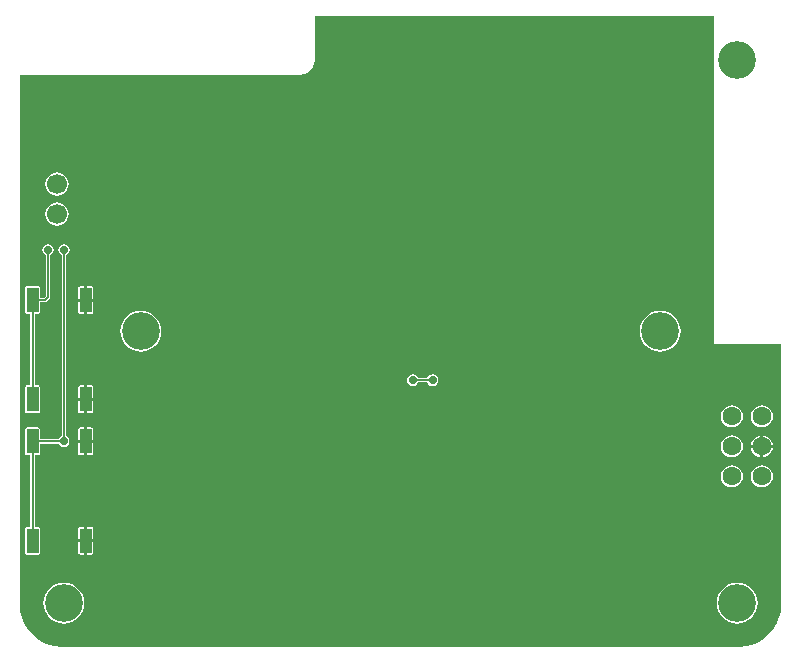
<source format=gbr>
%TF.GenerationSoftware,Altium Limited,Altium Designer,20.1.8 (145)*%
G04 Layer_Physical_Order=2*
G04 Layer_Color=16728128*
%FSLAX45Y45*%
%MOMM*%
%TF.SameCoordinates,5C14931A-3E48-49F5-90A4-00D45644C4A5*%
%TF.FilePolarity,Positive*%
%TF.FileFunction,Copper,L2,Bot,Signal*%
%TF.Part,Single*%
G01*
G75*
%TA.AperFunction,Conductor*%
%ADD30C,0.12700*%
%TA.AperFunction,ComponentPad*%
%ADD32C,1.60000*%
%ADD33C,1.50000*%
%ADD34C,1.70000*%
%TA.AperFunction,WasherPad*%
%ADD35C,3.20000*%
%TA.AperFunction,ViaPad*%
%ADD36C,0.70000*%
%TA.AperFunction,SMDPad,CuDef*%
G04:AMPARAMS|DCode=37|XSize=2.1mm|YSize=1mm|CornerRadius=0.05mm|HoleSize=0mm|Usage=FLASHONLY|Rotation=90.000|XOffset=0mm|YOffset=0mm|HoleType=Round|Shape=RoundedRectangle|*
%AMROUNDEDRECTD37*
21,1,2.10000,0.90000,0,0,90.0*
21,1,2.00000,1.00000,0,0,90.0*
1,1,0.10000,0.45000,1.00000*
1,1,0.10000,0.45000,-1.00000*
1,1,0.10000,-0.45000,-1.00000*
1,1,0.10000,-0.45000,1.00000*
%
%ADD37ROUNDEDRECTD37*%
G36*
X5905501Y5374104D02*
Y4466955D01*
X5905083Y4464854D01*
Y4462934D01*
X5904616Y4461072D01*
X5904135Y4451270D01*
X5904229Y4450633D01*
X5904104Y4450000D01*
Y2950000D01*
X5904229Y2949367D01*
X5904135Y2948730D01*
X5904616Y2938928D01*
X5905083Y2937066D01*
Y2935146D01*
X5905501Y2933045D01*
Y2595224D01*
X6474104D01*
Y400000D01*
Y375481D01*
X6467702Y326859D01*
X6455010Y279490D01*
X6436243Y234183D01*
X6411724Y191714D01*
X6381869Y152806D01*
X6347193Y118131D01*
X6308286Y88276D01*
X6265818Y63757D01*
X6220510Y44989D01*
X6173141Y32297D01*
X6124520Y25896D01*
X6100000D01*
X400000Y25896D01*
X375480Y25896D01*
X326859Y32297D01*
X279490Y44989D01*
X234183Y63757D01*
X191714Y88276D01*
X152806Y118131D01*
X118131Y152806D01*
X88276Y191714D01*
X63757Y234182D01*
X44989Y279490D01*
X32297Y326859D01*
X25896Y375480D01*
Y400000D01*
X25895Y4874103D01*
X2400000Y4874104D01*
X2400632Y4874230D01*
X2401270Y4874135D01*
X2411071Y4874616D01*
X2412933Y4875082D01*
X2414854D01*
X2434080Y4878907D01*
X2436437Y4879883D01*
X2438938Y4880381D01*
X2457050Y4887882D01*
X2459171Y4889299D01*
X2461527Y4890276D01*
X2477827Y4901167D01*
X2479630Y4902971D01*
X2481751Y4904387D01*
X2495612Y4918249D01*
X2497029Y4920369D01*
X2498833Y4922173D01*
X2509724Y4938472D01*
X2510700Y4940829D01*
X2512117Y4942950D01*
X2519619Y4961061D01*
X2520117Y4963562D01*
X2521093Y4965919D01*
X2524917Y4985146D01*
Y4987065D01*
X2525384Y4988927D01*
X2525865Y4998729D01*
X2525770Y4999367D01*
X2525896Y5000000D01*
Y5374104D01*
X5905501Y5374104D01*
D02*
G37*
%LPC*%
G36*
X343154Y4046412D02*
X317649Y4043054D01*
X293883Y4033210D01*
X273474Y4017549D01*
X257813Y3997141D01*
X247969Y3973374D01*
X244611Y3947869D01*
X247969Y3922365D01*
X257813Y3898598D01*
X273474Y3878189D01*
X293883Y3862528D01*
X317649Y3852684D01*
X343154Y3849326D01*
X368659Y3852684D01*
X392425Y3862528D01*
X412834Y3878189D01*
X428495Y3898598D01*
X438339Y3922365D01*
X441697Y3947869D01*
X438339Y3973374D01*
X428495Y3997141D01*
X412834Y4017549D01*
X392425Y4033210D01*
X368659Y4043054D01*
X343154Y4046412D01*
D02*
G37*
G36*
Y3792413D02*
X317649Y3789055D01*
X293883Y3779210D01*
X273474Y3763550D01*
X257813Y3743141D01*
X247969Y3719374D01*
X244611Y3693870D01*
X247969Y3668365D01*
X257813Y3644598D01*
X273474Y3624189D01*
X293883Y3608529D01*
X317649Y3598685D01*
X343154Y3595327D01*
X368659Y3598685D01*
X392425Y3608529D01*
X412834Y3624189D01*
X428495Y3644598D01*
X438339Y3668365D01*
X441697Y3693870D01*
X438339Y3719374D01*
X428495Y3743141D01*
X412834Y3763550D01*
X392425Y3779210D01*
X368659Y3789055D01*
X343154Y3792413D01*
D02*
G37*
G36*
X266054Y3437077D02*
X247442Y3433375D01*
X231664Y3422833D01*
X221121Y3407054D01*
X217419Y3388443D01*
X221121Y3369831D01*
X231664Y3354053D01*
X246631Y3344053D01*
Y3002470D01*
X228823Y2984663D01*
X198120D01*
Y3065239D01*
X196746Y3072146D01*
X192834Y3078000D01*
X186980Y3081913D01*
X180073Y3083286D01*
X90073D01*
X83167Y3081913D01*
X77313Y3078000D01*
X73400Y3072146D01*
X72027Y3065239D01*
Y2865239D01*
X73400Y2858333D01*
X77313Y2852478D01*
X83167Y2848566D01*
X90073Y2847193D01*
X115650D01*
Y2243286D01*
X90073D01*
X83167Y2241913D01*
X77313Y2238001D01*
X73400Y2232146D01*
X72027Y2225240D01*
Y2025240D01*
X73400Y2018333D01*
X77313Y2012479D01*
X83167Y2008566D01*
X90073Y2007193D01*
X180073D01*
X186980Y2008566D01*
X192834Y2012479D01*
X196746Y2018333D01*
X198120Y2025240D01*
Y2225240D01*
X196746Y2232146D01*
X192834Y2238001D01*
X186980Y2241913D01*
X180073Y2243286D01*
X154497D01*
Y2847193D01*
X180073D01*
X186980Y2848566D01*
X192834Y2852478D01*
X196746Y2858333D01*
X198120Y2865239D01*
Y2945817D01*
X236869D01*
X244302Y2947295D01*
X250603Y2951505D01*
X279788Y2980691D01*
X283998Y2986992D01*
X285477Y2994425D01*
Y3344053D01*
X300444Y3354053D01*
X310986Y3369831D01*
X314688Y3388443D01*
X310986Y3407054D01*
X300444Y3422833D01*
X284665Y3433375D01*
X266054Y3437077D01*
D02*
G37*
G36*
X630073Y3083286D02*
X597774D01*
Y2977939D01*
X648120D01*
Y3065239D01*
X646746Y3072146D01*
X642834Y3078000D01*
X636980Y3081913D01*
X630073Y3083286D01*
D02*
G37*
G36*
X572374D02*
X540074D01*
X533167Y3081913D01*
X527313Y3078000D01*
X523401Y3072146D01*
X522027Y3065239D01*
Y2977939D01*
X572374D01*
Y3083286D01*
D02*
G37*
G36*
X648120Y2952539D02*
X597774D01*
Y2847193D01*
X630073D01*
X636980Y2848566D01*
X642834Y2852478D01*
X646746Y2858333D01*
X648120Y2865239D01*
Y2952539D01*
D02*
G37*
G36*
X572374D02*
X522027D01*
Y2865239D01*
X523401Y2858333D01*
X527313Y2852478D01*
X533167Y2848566D01*
X540074Y2847193D01*
X572374D01*
Y2952539D01*
D02*
G37*
G36*
X5450000Y2873536D02*
X5416145Y2870201D01*
X5383591Y2860326D01*
X5353589Y2844289D01*
X5327292Y2822708D01*
X5305710Y2796411D01*
X5289674Y2766409D01*
X5279799Y2733855D01*
X5276464Y2700000D01*
X5279799Y2666145D01*
X5289674Y2633591D01*
X5305710Y2603589D01*
X5327292Y2577292D01*
X5353589Y2555710D01*
X5383591Y2539674D01*
X5416145Y2529799D01*
X5450000Y2526464D01*
X5483855Y2529799D01*
X5516409Y2539674D01*
X5546411Y2555710D01*
X5572708Y2577292D01*
X5594290Y2603589D01*
X5610326Y2633591D01*
X5620201Y2666145D01*
X5623536Y2700000D01*
X5620201Y2733855D01*
X5610326Y2766409D01*
X5594290Y2796411D01*
X5572708Y2822708D01*
X5546411Y2844289D01*
X5516409Y2860326D01*
X5483855Y2870201D01*
X5450000Y2873536D01*
D02*
G37*
G36*
X1050000D02*
X1016145Y2870201D01*
X983591Y2860326D01*
X953589Y2844289D01*
X927292Y2822708D01*
X905710Y2796411D01*
X889674Y2766409D01*
X879799Y2733855D01*
X876464Y2700000D01*
X879799Y2666145D01*
X889674Y2633591D01*
X905710Y2603589D01*
X927292Y2577292D01*
X953589Y2555710D01*
X983591Y2539674D01*
X1016145Y2529799D01*
X1050000Y2526464D01*
X1083855Y2529799D01*
X1116409Y2539674D01*
X1146411Y2555710D01*
X1172708Y2577292D01*
X1194289Y2603589D01*
X1210326Y2633591D01*
X1220201Y2666145D01*
X1223536Y2700000D01*
X1220201Y2733855D01*
X1210326Y2766409D01*
X1194289Y2796411D01*
X1172708Y2822708D01*
X1146411Y2844289D01*
X1116409Y2860326D01*
X1083855Y2870201D01*
X1050000Y2873536D01*
D02*
G37*
G36*
X3521540Y2335155D02*
X3502928Y2331453D01*
X3487150Y2320910D01*
X3477150Y2305943D01*
X3397190D01*
X3387190Y2320910D01*
X3371412Y2331453D01*
X3352800Y2335155D01*
X3334188Y2331453D01*
X3318410Y2320910D01*
X3307868Y2305132D01*
X3304166Y2286520D01*
X3307868Y2267909D01*
X3318410Y2252130D01*
X3334188Y2241588D01*
X3352800Y2237886D01*
X3371412Y2241588D01*
X3387190Y2252130D01*
X3397190Y2267097D01*
X3477150D01*
X3487150Y2252130D01*
X3502928Y2241588D01*
X3521540Y2237886D01*
X3540152Y2241588D01*
X3555930Y2252130D01*
X3566472Y2267909D01*
X3570174Y2286520D01*
X3566472Y2305132D01*
X3555930Y2320910D01*
X3540152Y2331453D01*
X3521540Y2335155D01*
D02*
G37*
G36*
X630073Y2243286D02*
X597774D01*
Y2137939D01*
X648120D01*
Y2225240D01*
X646746Y2232146D01*
X642834Y2238001D01*
X636980Y2241913D01*
X630073Y2243286D01*
D02*
G37*
G36*
X572374D02*
X540074D01*
X533167Y2241913D01*
X527313Y2238001D01*
X523401Y2232146D01*
X522027Y2225240D01*
Y2137939D01*
X572374D01*
Y2243286D01*
D02*
G37*
G36*
X648120Y2112539D02*
X597774D01*
Y2007193D01*
X630073D01*
X636980Y2008566D01*
X642834Y2012479D01*
X646746Y2018333D01*
X648120Y2025240D01*
Y2112539D01*
D02*
G37*
G36*
X572374D02*
X522027D01*
Y2025240D01*
X523401Y2018333D01*
X527313Y2012479D01*
X533167Y2008566D01*
X540074Y2007193D01*
X572374D01*
Y2112539D01*
D02*
G37*
G36*
X6310501Y2073425D02*
X6286301Y2070239D01*
X6263751Y2060898D01*
X6244387Y2046039D01*
X6229528Y2026675D01*
X6220187Y2004125D01*
X6217001Y1979925D01*
X6220187Y1955726D01*
X6229528Y1933175D01*
X6244387Y1913811D01*
X6263751Y1898952D01*
X6286301Y1889611D01*
X6310501Y1886425D01*
X6334701Y1889611D01*
X6357251Y1898952D01*
X6376615Y1913811D01*
X6391474Y1933175D01*
X6400815Y1955726D01*
X6404001Y1979925D01*
X6400815Y2004125D01*
X6391474Y2026675D01*
X6376615Y2046039D01*
X6357251Y2060898D01*
X6334701Y2070239D01*
X6310501Y2073425D01*
D02*
G37*
G36*
X6056501D02*
X6032301Y2070239D01*
X6009751Y2060898D01*
X5990387Y2046039D01*
X5975528Y2026675D01*
X5966187Y2004125D01*
X5963001Y1979925D01*
X5966187Y1955726D01*
X5975528Y1933175D01*
X5990387Y1913811D01*
X6009751Y1898952D01*
X6032301Y1889611D01*
X6056501Y1886425D01*
X6080701Y1889611D01*
X6103251Y1898952D01*
X6122615Y1913811D01*
X6137474Y1933175D01*
X6146815Y1955726D01*
X6150001Y1979925D01*
X6146815Y2004125D01*
X6137474Y2026675D01*
X6122615Y2046039D01*
X6103251Y2060898D01*
X6080701Y2070239D01*
X6056501Y2073425D01*
D02*
G37*
G36*
X400991Y3437077D02*
X382379Y3433375D01*
X366601Y3422833D01*
X356058Y3407054D01*
X352356Y3388443D01*
X356058Y3369831D01*
X366601Y3354053D01*
X381568Y3344053D01*
Y1814046D01*
X379687Y1813672D01*
X363909Y1803130D01*
X353908Y1788163D01*
X198120D01*
Y1868740D01*
X196746Y1875646D01*
X192834Y1881501D01*
X186980Y1885413D01*
X180073Y1886787D01*
X90073D01*
X83167Y1885413D01*
X77313Y1881501D01*
X73400Y1875646D01*
X72027Y1868740D01*
Y1668740D01*
X73400Y1661834D01*
X77313Y1655979D01*
X83167Y1652067D01*
X90073Y1650693D01*
X115650D01*
Y1046787D01*
X90073D01*
X83167Y1045413D01*
X77313Y1041501D01*
X73400Y1035646D01*
X72027Y1028740D01*
Y828740D01*
X73400Y821834D01*
X77313Y815979D01*
X83167Y812067D01*
X90073Y810693D01*
X180073D01*
X186980Y812067D01*
X192834Y815979D01*
X196746Y821834D01*
X198120Y828740D01*
Y1028740D01*
X196746Y1035646D01*
X192834Y1041501D01*
X186980Y1045413D01*
X180073Y1046787D01*
X154497D01*
Y1650693D01*
X180073D01*
X186980Y1652067D01*
X192834Y1655979D01*
X196746Y1661834D01*
X198120Y1668740D01*
Y1749317D01*
X353908D01*
X363909Y1734350D01*
X379687Y1723808D01*
X398298Y1720106D01*
X416910Y1723808D01*
X432688Y1734350D01*
X443231Y1750128D01*
X446933Y1768740D01*
X443231Y1787352D01*
X432688Y1803130D01*
X420414Y1811331D01*
Y3344053D01*
X435381Y3354053D01*
X445923Y3369831D01*
X449625Y3388443D01*
X445923Y3407054D01*
X435381Y3422833D01*
X419602Y3433375D01*
X400991Y3437077D01*
D02*
G37*
G36*
X630073Y1886787D02*
X597774D01*
Y1781440D01*
X648120D01*
Y1868740D01*
X646746Y1875646D01*
X642834Y1881501D01*
X636980Y1885413D01*
X630073Y1886787D01*
D02*
G37*
G36*
X572374D02*
X540074D01*
X533167Y1885413D01*
X527313Y1881501D01*
X523401Y1875646D01*
X522027Y1868740D01*
Y1781440D01*
X572374D01*
Y1886787D01*
D02*
G37*
G36*
X6323201Y1817753D02*
Y1738625D01*
X6402329D01*
X6400815Y1750125D01*
X6391474Y1772675D01*
X6376615Y1792039D01*
X6357251Y1806898D01*
X6334701Y1816239D01*
X6323201Y1817753D01*
D02*
G37*
G36*
X6297801Y1817753D02*
X6286301Y1816239D01*
X6263751Y1806898D01*
X6244387Y1792039D01*
X6229528Y1772675D01*
X6220187Y1750125D01*
X6218673Y1738625D01*
X6297801D01*
Y1817753D01*
D02*
G37*
G36*
X648120Y1756040D02*
X597774D01*
Y1650693D01*
X630073D01*
X636980Y1652067D01*
X642834Y1655979D01*
X646746Y1661834D01*
X648120Y1668740D01*
Y1756040D01*
D02*
G37*
G36*
X572374D02*
X522027D01*
Y1668740D01*
X523401Y1661834D01*
X527313Y1655979D01*
X533167Y1652067D01*
X540074Y1650693D01*
X572374D01*
Y1756040D01*
D02*
G37*
G36*
X6297801Y1713225D02*
X6218673D01*
X6220187Y1701726D01*
X6229528Y1679175D01*
X6244387Y1659811D01*
X6263751Y1644952D01*
X6286301Y1635611D01*
X6297801Y1634098D01*
Y1713225D01*
D02*
G37*
G36*
X6402329D02*
X6323201D01*
Y1634097D01*
X6334701Y1635611D01*
X6357251Y1644952D01*
X6376615Y1659811D01*
X6391474Y1679175D01*
X6400815Y1701726D01*
X6402329Y1713225D01*
D02*
G37*
G36*
X6056501Y1819425D02*
X6032301Y1816239D01*
X6009751Y1806898D01*
X5990387Y1792039D01*
X5975528Y1772675D01*
X5966187Y1750125D01*
X5963001Y1725925D01*
X5966187Y1701726D01*
X5975528Y1679175D01*
X5990387Y1659811D01*
X6009751Y1644952D01*
X6032301Y1635611D01*
X6056501Y1632425D01*
X6080701Y1635611D01*
X6103251Y1644952D01*
X6122615Y1659811D01*
X6137474Y1679175D01*
X6146815Y1701726D01*
X6150001Y1725925D01*
X6146815Y1750125D01*
X6137474Y1772675D01*
X6122615Y1792039D01*
X6103251Y1806898D01*
X6080701Y1816239D01*
X6056501Y1819425D01*
D02*
G37*
G36*
X6310501Y1565425D02*
X6286301Y1562239D01*
X6263751Y1552898D01*
X6244387Y1538039D01*
X6229528Y1518675D01*
X6220187Y1496125D01*
X6217001Y1471925D01*
X6220187Y1447726D01*
X6229528Y1425175D01*
X6244387Y1405811D01*
X6263751Y1390952D01*
X6286301Y1381611D01*
X6310501Y1378425D01*
X6334701Y1381611D01*
X6357251Y1390952D01*
X6376615Y1405811D01*
X6391474Y1425175D01*
X6400815Y1447726D01*
X6404001Y1471925D01*
X6400815Y1496125D01*
X6391474Y1518675D01*
X6376615Y1538039D01*
X6357251Y1552898D01*
X6334701Y1562239D01*
X6310501Y1565425D01*
D02*
G37*
G36*
X6056501D02*
X6032301Y1562239D01*
X6009751Y1552898D01*
X5990387Y1538039D01*
X5975528Y1518675D01*
X5966187Y1496125D01*
X5963001Y1471925D01*
X5966187Y1447726D01*
X5975528Y1425175D01*
X5990387Y1405811D01*
X6009751Y1390952D01*
X6032301Y1381611D01*
X6056501Y1378425D01*
X6080701Y1381611D01*
X6103251Y1390952D01*
X6122615Y1405811D01*
X6137474Y1425175D01*
X6146815Y1447726D01*
X6150001Y1471925D01*
X6146815Y1496125D01*
X6137474Y1518675D01*
X6122615Y1538039D01*
X6103251Y1552898D01*
X6080701Y1562239D01*
X6056501Y1565425D01*
D02*
G37*
G36*
X630073Y1046787D02*
X597774D01*
Y941440D01*
X648120D01*
Y1028740D01*
X646746Y1035646D01*
X642834Y1041501D01*
X636980Y1045413D01*
X630073Y1046787D01*
D02*
G37*
G36*
X572374D02*
X540074D01*
X533167Y1045413D01*
X527313Y1041501D01*
X523401Y1035646D01*
X522027Y1028740D01*
Y941440D01*
X572374D01*
Y1046787D01*
D02*
G37*
G36*
X648120Y916040D02*
X597774D01*
Y810693D01*
X630073D01*
X636980Y812067D01*
X642834Y815979D01*
X646746Y821834D01*
X648120Y828740D01*
Y916040D01*
D02*
G37*
G36*
X572374D02*
X522027D01*
Y828740D01*
X523401Y821834D01*
X527313Y815979D01*
X533167Y812067D01*
X540074Y810693D01*
X572374D01*
Y916040D01*
D02*
G37*
G36*
X6100000Y573536D02*
X6066145Y570201D01*
X6033591Y560326D01*
X6003589Y544289D01*
X5977292Y522708D01*
X5955710Y496411D01*
X5939674Y466409D01*
X5929799Y433855D01*
X5926464Y400000D01*
X5929799Y366145D01*
X5939674Y333591D01*
X5955710Y303589D01*
X5977292Y277292D01*
X6003589Y255710D01*
X6033591Y239674D01*
X6066145Y229799D01*
X6100000Y226464D01*
X6133855Y229799D01*
X6166409Y239674D01*
X6196411Y255710D01*
X6222708Y277292D01*
X6244290Y303589D01*
X6260326Y333591D01*
X6270201Y366145D01*
X6273536Y400000D01*
X6270201Y433855D01*
X6260326Y466409D01*
X6244290Y496411D01*
X6222708Y522708D01*
X6196411Y544289D01*
X6166409Y560326D01*
X6133855Y570201D01*
X6100000Y573536D01*
D02*
G37*
G36*
X400000D02*
X366145Y570201D01*
X333591Y560326D01*
X303589Y544289D01*
X277292Y522708D01*
X255710Y496411D01*
X239674Y466409D01*
X229799Y433855D01*
X226464Y400000D01*
X229799Y366145D01*
X239674Y333591D01*
X255710Y303589D01*
X277292Y277292D01*
X303589Y255710D01*
X333591Y239674D01*
X366145Y229799D01*
X400000Y226464D01*
X433855Y229799D01*
X466409Y239674D01*
X496411Y255710D01*
X522708Y277292D01*
X544289Y303589D01*
X560326Y333591D01*
X570201Y366145D01*
X573536Y400000D01*
X570201Y433855D01*
X560326Y466409D01*
X544289Y496411D01*
X522708Y522708D01*
X496411Y544289D01*
X466409Y560326D01*
X433855Y570201D01*
X400000Y573536D01*
D02*
G37*
%LPD*%
D30*
X266054Y2994425D02*
Y3388443D01*
X236869Y2965240D02*
X266054Y2994425D01*
X400991Y1771432D02*
Y3388443D01*
X398298Y1768740D02*
X400991Y1771432D01*
X135073Y1768740D02*
X398298D01*
X135074Y2965240D02*
X236869D01*
X135073Y2965239D02*
X135074Y2965240D01*
X135073Y2125240D02*
Y2965239D01*
Y928740D02*
Y1768740D01*
X3352800Y2286520D02*
X3521540D01*
D32*
X6310501Y1471925D02*
D03*
Y1725925D02*
D03*
Y1979925D02*
D03*
X6056501D02*
D03*
Y1725925D02*
D03*
Y1471925D02*
D03*
D33*
X2794000Y3683000D02*
D03*
X2540000D02*
D03*
X6056487Y963925D02*
D03*
X6310487D02*
D03*
X6056487Y2487925D02*
D03*
X6310487D02*
D03*
X406400Y4749800D02*
D03*
X152400D02*
D03*
X4064000Y5080000D02*
D03*
X4318000D02*
D03*
X4826000Y2032000D02*
D03*
X5080000D02*
D03*
X2286000Y2794000D02*
D03*
Y2540000D02*
D03*
X4445000Y2921000D02*
D03*
X4699000D02*
D03*
D34*
X343154Y3947869D02*
D03*
Y3693870D02*
D03*
D35*
X5450000Y2700000D02*
D03*
X1050000D02*
D03*
X6100000Y5000000D02*
D03*
Y400000D02*
D03*
X400000D02*
D03*
D36*
X4783184Y4374668D02*
D03*
X4687999Y4020601D02*
D03*
X4778000D02*
D03*
X1865780Y3187688D02*
D03*
Y3055608D02*
D03*
X1725780Y3187688D02*
D03*
Y3055608D02*
D03*
X2020676Y2609519D02*
D03*
X1927282Y2516124D02*
D03*
X2528086Y2102109D02*
D03*
X3055185Y1575010D02*
D03*
X2961791Y1481615D02*
D03*
X2434692Y2008714D02*
D03*
X5702460Y1336925D02*
D03*
X5524660D02*
D03*
X5613400Y1245271D02*
D03*
X5169060Y1336925D02*
D03*
X4991260D02*
D03*
X5080000Y1245271D02*
D03*
X266054Y3388443D02*
D03*
X400991D02*
D03*
X398298Y1768740D02*
D03*
X62035Y3298972D02*
D03*
X332608Y3323484D02*
D03*
X457353Y3323328D02*
D03*
X210266Y3322912D02*
D03*
X811340Y4125105D02*
D03*
X914494Y4042869D02*
D03*
Y4125105D02*
D03*
X808180Y3960569D02*
D03*
X914494D02*
D03*
X708185D02*
D03*
Y4125105D02*
D03*
Y4042869D02*
D03*
X1213008Y3055608D02*
D03*
Y3187688D02*
D03*
X331176Y3198216D02*
D03*
X455041Y3198526D02*
D03*
X584200Y2286000D02*
D03*
X585074Y1930400D02*
D03*
X585074Y1092200D02*
D03*
X585074Y3117146D02*
D03*
X4622872Y1539093D02*
D03*
X3877442D02*
D03*
Y1407013D02*
D03*
X4622872D02*
D03*
X2731247Y3259718D02*
D03*
X2909366D02*
D03*
X2820306Y3168064D02*
D03*
X2388666Y3259718D02*
D03*
X2210866D02*
D03*
X2299606Y3168064D02*
D03*
X1675027Y3569958D02*
D03*
X1916316D02*
D03*
X1795780Y3666328D02*
D03*
X4361180Y4759960D02*
D03*
X2450525Y4638236D02*
D03*
X1545799D02*
D03*
X641073D02*
D03*
X153528Y4162793D02*
D03*
X61424Y4243197D02*
D03*
X641073Y4770316D02*
D03*
X1545799D02*
D03*
X2450525D02*
D03*
X2750820Y4760156D02*
D03*
X3556000Y4892040D02*
D03*
X210950Y3199311D02*
D03*
X3556000Y4760156D02*
D03*
X4361180Y4892040D02*
D03*
X2750820D02*
D03*
X4521040Y4599346D02*
D03*
X5040911D02*
D03*
X4432300Y4691000D02*
D03*
X4610100D02*
D03*
X4950380D02*
D03*
X5130025D02*
D03*
X2615531Y2816170D02*
D03*
Y2591170D02*
D03*
X2524453Y2702781D02*
D03*
X3521540Y2286520D02*
D03*
X3975100Y2702920D02*
D03*
X3883640Y2815312D02*
D03*
Y2588925D02*
D03*
X3352800Y2286520D02*
D03*
X3239760Y3304420D02*
D03*
X3351510Y3212957D02*
D03*
X3126510D02*
D03*
X2893920Y2874175D02*
D03*
X5853000Y3019578D02*
D03*
X4779738Y3024215D02*
D03*
X4863000D02*
D03*
X4779738Y3105600D02*
D03*
X4783184Y4295601D02*
D03*
X4863000Y4374668D02*
D03*
X4958000D02*
D03*
X5678000D02*
D03*
X5758000D02*
D03*
X5848000D02*
D03*
X5758000Y4729121D02*
D03*
X5638640Y4825317D02*
D03*
X5518000Y4729121D02*
D03*
X885140Y3193346D02*
D03*
X1005676Y3289717D02*
D03*
X765743D02*
D03*
X1129472Y4049957D02*
D03*
X1338660Y4210052D02*
D03*
X1552225Y4049957D02*
D03*
X1338660Y3892264D02*
D03*
X2652463Y4280427D02*
D03*
X3326945Y4190531D02*
D03*
Y3995019D02*
D03*
X3254396D02*
D03*
X5723720Y3913933D02*
D03*
Y3807266D02*
D03*
Y3700600D02*
D03*
Y3593933D02*
D03*
Y3487267D02*
D03*
X5678000Y4180600D02*
D03*
X5758000Y3380600D02*
D03*
Y3300600D02*
D03*
Y3220600D02*
D03*
Y4020601D02*
D03*
Y4100600D02*
D03*
Y4180600D02*
D03*
X5464666Y3380600D02*
D03*
X5251333D02*
D03*
X5038000Y3593933D02*
D03*
Y3807266D02*
D03*
X5464666Y4020601D02*
D03*
X5251333D02*
D03*
X5677999Y4020600D02*
D03*
Y3380600D02*
D03*
X5038000D02*
D03*
Y4020600D02*
D03*
Y3913933D02*
D03*
Y3700600D02*
D03*
Y3487267D02*
D03*
X5144666Y3380600D02*
D03*
X5357999D02*
D03*
X5571333D02*
D03*
Y4020601D02*
D03*
X5357999D02*
D03*
X5144666D02*
D03*
X2953680Y2597920D02*
D03*
X3399920Y2874175D02*
D03*
X3099920D02*
D03*
X3399920Y2527680D02*
D03*
X3473920D02*
D03*
X3553997Y2597920D02*
D03*
Y2807920D02*
D03*
X3423003Y2702920D02*
D03*
X3074838D02*
D03*
D37*
X135073Y2965239D02*
D03*
Y2125240D02*
D03*
X585074Y2965239D02*
D03*
Y2125240D02*
D03*
Y928740D02*
D03*
Y1768740D02*
D03*
X135073Y928740D02*
D03*
Y1768740D02*
D03*
%TF.MD5,d6ac0f6841f04f41b2b90a0332054720*%
M02*

</source>
